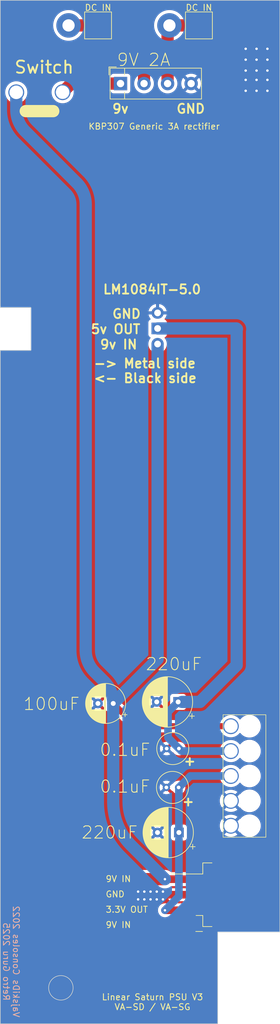
<source format=kicad_pcb>
(kicad_pcb (version 20240108) (generator "pcbnew") (generator_version "8.0")
  (layers (0 "F.Cu" signal) (31 "B.Cu" signal) (34 "B.Paste" user) (35 "F.Paste" user) (36 "B.SilkS" user "B.Silkscreen") (37 "F.SilkS" user "F.Silkscreen") (38 "B.Mask" user) (39 "F.Mask" user) (44 "Edge.Cuts" user))
  (net 0 "")
  (net 1 "GND")
  (net 2 "3.3v")
  (net 3 "5v")
  (footprint "Capacitor_THT:CP_Radial_D8.0mm_P3.50mm" (layer "F.Cu") (at 146.05 164.338 180)
    (property "Reference" "25v 220uF" (hide yes))
    (property "Value" "CP_Radial_D8.0mm_P3.50mm" (hide yes))
    (pad "1" thru_hole rect (at 0 0 180) (size 1.6 1.6) (drill 0.8) (layers "*.Cu" "*.Mask") (net 2 "3.3v"))
    (pad "GND" thru_hole circle (at 3.5 0 180) (size 1.6 1.6) (drill 0.8) (layers "*.Cu" "*.Mask") (net 1 "GND"))
  )
  (footprint "" (layer "F.Cu") (at 157.592 163.228)
    (property "Reference" "" (at 0 0 0) (layer "F.SilkS") (effects (font (size 1.27 1.27))))
    (property "Value" "" (at 0 0 0) (layer "F.SilkS") (effects (font (size 1.27 1.27))))
    (pad "" np_thru_hole circle (at 0 0) (size 3.2 3.2) (drill 3.2) (layers "*.Cu" "*.Mask"))
  )
  (footprint "" (layer "F.Cu") (at 142.564 84.54)
    (property "Reference" "" (at 0 0 0) (layer "F.SilkS") (effects (font (size 1.27 1.27))))
    (property "Value" "" (at 0 0 0) (layer "F.SilkS") (effects (font (size 1.27 1.27))))
    (pad "3" thru_hole oval (at 0 0 270) (size 1.905 2) (drill 1.1) (layers "*.Cu" "*.Mask"))
  )
  (footprint "" (layer "F.Cu") (at 154.544 146.972)
    (property "Reference" "" (at 0 0 0) (layer "F.SilkS") (effects (font (size 1.27 1.27))))
    (property "Value" "" (at 0 0 0) (layer "F.SilkS") (effects (font (size 1.27 1.27))))
    (pad "" thru_hole circle (at 0 0) (size 2.6 2.6) (drill 2.2) (layers "*.Cu" "*.Mask"))
  )
  (footprint "" (layer "F.Cu") (at 128 32.5)
    (property "Reference" "" (at 0 0 0) (layer "F.SilkS") (effects (font (size 1.27 1.27))))
    (property "Value" "")
    (pad "2" thru_hole oval (at 0 0) (size 4 4) (drill 2) (layers "*.Cu" "*.Mask"))
  )
  (footprint "" (layer "F.Cu") (at 142.564 82)
    (property "Reference" "" (at 0 0 0) (layer "F.SilkS") (effects (font (size 1.27 1.27))))
    (property "Value" "" (at 0 0 0) (layer "F.SilkS") (effects (font (size 1.27 1.27))))
    (pad "1" thru_hole rect (at 0 0 270) (size 1.905 2) (drill 1.1) (layers "*.Cu" "*.Mask") (net 3 "5v"))
  )
  (footprint "TestPoint:TestPoint_Pad_4.0x4.0mm" (layer "F.Cu") (at 149.326 32.5)
    (property "Reference" "DC IN" (at 0 -2.898 0) (layer "F.SilkS"))
    (property "Value" "TestPoint_Pad_4.0x4.0mm" (hide yes))
    (pad "DC IN" smd rect (at 0 0) (size 4 4) (layers "F.Cu" "F.Mask"))
  )
  (footprint "" (layer "F.Cu") (at 144.5 32.5)
    (property "Reference" "" (at 0 0 0) (layer "F.SilkS") (effects (font (size 1.27 1.27))))
    (property "Value" "")
    (pad "2" thru_hole oval (at 0 0) (size 4 4) (drill 2) (layers "*.Cu" "*.Mask"))
  )
  (footprint "Capacitor_THT:C_Radial_D5.0mm_H5.0mm_P2.00mm" (layer "F.Cu") (at 146.05 150.622 180)
    (property "Reference" "50v 0.1uF" (hide yes))
    (property "Value" "C_Radial_D5.0mm_H5.0mm_P2.00mm" (hide yes))
    (pad "" thru_hole circle (at 2 0 180) (size 1.2 1.2) (drill 0.6) (layers "*.Cu" "*.Mask") (net 1 "GND"))
    (pad "1" thru_hole circle (at 0 0 180) (size 1.2 1.2) (drill 0.6) (layers "*.Cu" "*.Mask") (net 3 "5v"))
  )
  (footprint "" (layer "F.Cu") (at 157.592 151.036)
    (property "Reference" "" (at 0 0 0) (layer "F.SilkS") (effects (font (size 1.27 1.27))))
    (property "Value" "" (at 0 0 0) (layer "F.SilkS") (effects (font (size 1.27 1.27))))
    (pad "" np_thru_hole circle (at 0 0) (size 3.2 3.2) (drill 3.2) (layers "*.Cu" "*.Mask"))
  )
  (footprint "" (layer "F.Cu") (at 154.544 159.164)
    (property "Reference" "" (at 0 0 0) (layer "F.SilkS") (effects (font (size 1.27 1.27))))
    (property "Value" "" (at 0 0 0) (layer "F.SilkS") (effects (font (size 1.27 1.27))))
    (pad "" thru_hole circle (at 0 0) (size 2.6 2.6) (drill 2.2) (layers "*.Cu" "*.Mask") (net 1 "GND"))
  )
  (footprint "Capacitor_THT:CP_Radial_D6.3mm_P2.50mm" (layer "F.Cu") (at 135.310379 143.256 180)
    (property "Reference" "35v 100uF" (hide yes))
    (property "Value" "CP_Radial_D6.3mm_P2.50mm" (hide yes))
    (pad "" thru_hole circle (at 2.5 0 180) (size 1.6 1.6) (drill 0.8) (layers "*.Cu" "*.Mask") (net 1 "GND"))
    (pad "1" thru_hole rect (at 0 0 180) (size 1.6 1.6) (drill 0.8) (layers "*.Cu" "*.Mask"))
  )
  (footprint "" (layer "F.Cu") (at 154.544 151.036)
    (property "Reference" "" (at 0 0 0) (layer "F.SilkS") (effects (font (size 1.27 1.27))))
    (property "Value" "" (at 0 0 0) (layer "F.SilkS") (effects (font (size 1.27 1.27))))
    (pad "" thru_hole circle (at 0 0) (size 2.6 2.6) (drill 2.2) (layers "*.Cu" "*.Mask") (net 3 "5v"))
  )
  (footprint "Package_TO_SOT_SMD:TO-263-4pin" (layer "F.Cu") (at 152.908 174.498)
    (property "Reference" "LM2940A 3.3v TO263-3" (hide yes))
    (property "Value" "TO-263-4pin" (hide yes))
    (pad "" smd rect (at -5.775 0) (size 4.6 1.1) (layers "F.Cu" "F.Paste" "F.Mask"))
    (pad "" smd rect (at 3.375 0) (size 9.4 10.8) (layers "F.Cu" "F.Mask"))
    (pad "1" smd rect (at -5.775 -2.54) (size 4.6 1.1) (layers "F.Cu" "F.Paste" "F.Mask"))
    (pad "3" smd rect (at -5.775 2.54) (size 4.6 1.1) (layers "F.Cu" "F.Paste" "F.Mask") (net 2 "3.3v"))
    (pad "9V IN (ALT)" smd rect (at -5.825 5.15) (size 4.6 1.1) (layers "F.Cu" "F.Paste" "F.Mask"))
  )
  (footprint "" (layer "F.Cu") (at 157.592 159.164)
    (property "Reference" "" (at 0 0 0) (layer "F.SilkS") (effects (font (size 1.27 1.27))))
    (property "Value" "" (at 0 0 0) (layer "F.SilkS") (effects (font (size 1.27 1.27))))
    (pad "" np_thru_hole circle (at 0 0) (size 3.2 3.2) (drill 3.2) (layers "*.Cu" "*.Mask"))
  )
  (footprint "" (layer "F.Cu") (at 154.544 163.228)
    (property "Reference" "" (at 0 0 0) (layer "F.SilkS") (effects (font (size 1.27 1.27))))
    (property "Value" "" (at 0 0 0) (layer "F.SilkS") (effects (font (size 1.27 1.27))))
    (pad "" thru_hole circle (at 0 0) (size 2.6 2.6) (drill 2.2) (layers "*.Cu" "*.Mask") (net 1 "GND"))
  )
  (footprint "Capacitor_THT:CP_Radial_D8.0mm_P3.50mm" (layer "F.Cu") (at 145.924651 143.002 180)
    (property "Reference" "25v 220uF" (hide yes))
    (property "Value" "CP_Radial_D8.0mm_P3.50mm" (hide yes))
    (pad "" thru_hole circle (at 3.5 0 180) (size 1.6 1.6) (drill 0.8) (layers "*.Cu" "*.Mask") (net 1 "GND"))
    (pad "5v" thru_hole rect (at 0 0 180) (size 1.6 1.6) (drill 0.8) (layers "*.Cu" "*.Mask") (net 3 "5v"))
  )
  (footprint "Capacitor_THT:C_Radial_D5.0mm_H5.0mm_P2.00mm" (layer "F.Cu") (at 146 156.972 180)
    (property "Reference" "50v 0.1uF" (hide yes))
    (property "Value" "C_Radial_D5.0mm_H5.0mm_P2.00mm" (hide yes))
    (pad "" thru_hole circle (at 2 0 180) (size 1.2 1.2) (drill 0.6) (layers "*.Cu" "*.Mask") (net 1 "GND"))
    (pad "1" thru_hole circle (at 0 0 180) (size 1.2 1.2) (drill 0.6) (layers "*.Cu" "*.Mask") (net 2 "3.3v"))
  )
  (footprint "" (layer "F.Cu") (at 154.544 155.1)
    (property "Reference" "" (at 0 0 0) (layer "F.SilkS") (effects (font (size 1.27 1.27))))
    (property "Value" "" (at 0 0 0) (layer "F.SilkS") (effects (font (size 1.27 1.27))))
    (pad "" thru_hole circle (at 0 0) (size 2.6 2.6) (drill 2.2) (layers "*.Cu" "*.Mask") (net 2 "3.3v"))
  )
  (footprint "" (layer "F.Cu") (at 119.452 43.434)
    (property "Reference" "" (at 0 0 0) (layer "F.SilkS") (effects (font (size 1.27 1.27))))
    (property "Value" "" (at 0 0 0) (layer "F.SilkS") (effects (font (size 1.27 1.27))))
    (pad "1" thru_hole circle (at 0 0) (size 2.6 2.6) (drill 2.2) (layers "*.Cu" "*.Mask"))
  )
  (footprint "" (layer "F.Cu") (at 142.564 79.46)
    (property "Reference" "" (at 0 0 0) (layer "F.SilkS") (effects (font (size 1.27 1.27))))
    (property "Value" "" (at 0 0 0) (layer "F.SilkS") (effects (font (size 1.27 1.27))))
    (pad "GND" thru_hole oval (at 0 0 270) (size 1.905 2) (drill 1.1) (layers "*.Cu" "*.Mask") (net 1 "GND"))
  )
  (footprint "Diode_THT:Diode_Bridge_Vishay_KBPM" (layer "F.Cu") (at 136.5 42)
    (property "Reference" "REF**" (hide yes))
    (property "Value" "KBP307 Generic 3A rectifier" (at 5.5 7 0) (layer "F.SilkS"))
    (pad "1" thru_hole rect (at 0 0) (size 2.2 2.2) (drill 1.2) (layers "*.Cu" "*.Mask"))
    (pad "2" thru_hole circle (at 3.85 0) (size 2.2 2.2) (drill 1.2) (layers "*.Cu" "*.Mask"))
    (pad "3" thru_hole circle (at 7.7 0) (size 2.2 2.2) (drill 1.2) (layers "*.Cu" "*.Mask"))
    (pad "4" thru_hole circle (at 11.55 0) (size 2.2 2.2) (drill 1.2) (layers "*.Cu" "*.Mask") (net 1 "GND"))
  )
  (footprint "TestPoint:TestPoint_Pad_4.0x4.0mm" (layer "F.Cu") (at 132.826 32.5)
    (property "Reference" "DC IN" (at 0 -2.898 0) (layer "F.SilkS"))
    (property "Value" "TestPoint_Pad_4.0x4.0mm" (hide yes))
    (pad "DC IN" smd rect (at 0 0) (size 4 4) (layers "F.Cu" "F.Mask"))
  )
  (footprint "" (layer "F.Cu") (at 157.592 155.1)
    (property "Reference" "" (at 0 0 0) (layer "F.SilkS") (effects (font (size 1.27 1.27))))
    (property "Value" "" (at 0 0 0) (layer "F.SilkS") (effects (font (size 1.27 1.27))))
    (pad "" np_thru_hole circle (at 0 0) (size 3.2 3.2) (drill 3.2) (layers "*.Cu" "*.Mask"))
  )
  (footprint "" (layer "F.Cu") (at 127.03 43.41)
    (property "Reference" "" (at 0 0 0) (layer "F.SilkS") (effects (font (size 1.27 1.27))))
    (property "Value" "" (at 0 0 0) (layer "F.SilkS") (effects (font (size 1.27 1.27))))
    (pad "1" thru_hole circle (at 0 0) (size 2.6 2.6) (drill 2.2) (layers "*.Cu" "*.Mask"))
  )
  (footprint "" (layer "F.Cu") (at 157.592 146.972)
    (property "Reference" "" (at 0 0 0) (layer "F.SilkS") (effects (font (size 1.27 1.27))))
    (property "Value" "" (at 0 0 0) (layer "F.SilkS") (effects (font (size 1.27 1.27))))
    (pad "" np_thru_hole circle (at 0 0) (size 3.2 3.2) (drill 3.2) (layers "*.Cu" "*.Mask"))
  )
  (gr_line (start 153.274 145.1) (end 153.274 165.1) (stroke (width 0.1)) (layer "F.SilkS"))
  (gr_line (start 125.5 46.5) (end 121 46.5) (stroke (width 2)) (layer "F.SilkS"))
  (gr_line (start 153.274 165.1) (end 160.274 165.1) (stroke (width 0.1)) (layer "F.SilkS"))
  (gr_line (start 153.274 145.1) (end 160.274 145.1) (stroke (width 0.1)) (layer "F.SilkS"))
  (gr_line (start 160.274 145.1) (end 160.274 165.1) (stroke (width 0.1)) (layer "F.SilkS"))
  (gr_line (start 152.4 180.58) (end 152.4 195.58) (stroke (width 0.1)) (layer "Edge.Cuts"))
  (gr_line (start 162.56 28.4) (end 162.56 180.594) (stroke (width 0.1)) (layer "Edge.Cuts"))
  (gr_line (start 116.84 85.58) (end 121.84 85.58) (stroke (width 0.1)) (layer "Edge.Cuts"))
  (gr_line (start 121.84 78.58) (end 121.84 85.58) (stroke (width 0.1)) (layer "Edge.Cuts"))
  (gr_line (start 162.56 180.594) (end 152.4 180.594) (stroke (width 0.1)) (layer "Edge.Cuts"))
  (gr_circle (center 126.746 189.706) (end 128.746 189.706) (stroke (width 0.1)) (fill none) (layer "Edge.Cuts"))
  (gr_line (start 116.84 28.4) (end 116.84 78.58) (stroke (width 0.1)) (layer "Edge.Cuts"))
  (gr_line (start 116.84 78.58) (end 121.84 78.58) (stroke (width 0.1)) (layer "Edge.Cuts"))
  (gr_line (start 162.56 28.4) (end 116.84 28.4) (stroke (width 0.1)) (layer "Edge.Cuts"))
  (gr_line (start 152.4 195.58) (end 116.84 195.58) (stroke (width 0.1)) (layer "Edge.Cuts"))
  (gr_line (start 116.84 85.58) (end 116.84 195.58) (stroke (width 0.1)) (layer "Edge.Cuts"))
  (gr_text "9v IN" (at 136 173 0) (layer "F.Cu") (effects (font (size 1.5 1.5) (thickness 0.3) (bold yes)) (justify left bottom)))
  (gr_text "VajskiDs Consoles 2022\nRetro Guru 2025" (at 118.618 185.42 270) (layer "B.SilkS") (effects (font (size 1 1)) (justify mirror)))
  (gr_text "9V 2A" (at 135.81 39.29 0) (layer "F.SilkS") (effects (font (size 2 2)) (justify left bottom)))
  (gr_text "+" (at 147.574 159.258 0) (layer "F.SilkS") (effects (font (size 1.5 1.5) (thickness 0.3)) (justify mirror)))
  (gr_text "Linear Saturn PSU V3\nVA-SD / VA-SG" (at 141.732 192.024 0) (layer "F.SilkS") (effects (font (size 1 1))))
  (gr_text "220uF" (at 130 165.5 0) (layer "F.SilkS") (effects (font (size 2 2)) (justify left bottom)))
  (gr_text "9V IN" (at 134 172.5 0) (layer "F.SilkS") (effects (font (size 1 1)) (justify left bottom)))
  (gr_text "9V IN" (at 134 180 0) (layer "F.SilkS") (effects (font (size 1 1)) (justify left bottom)))
  (gr_text "LM1084IT-5.0" (at 133.5 76.5 0) (layer "F.SilkS") (effects (font (size 1.5 1.5) (thickness 0.3) (bold yes)) (justify left bottom)))
  (gr_text "-> Metal side\n<- Black side" (at 132 91 0) (layer "F.SilkS") (effects (font (size 1.5 1.5) (thickness 0.3) (bold yes)) (justify left bottom)))
  (gr_text "GND" (at 145.5 47 0) (layer "F.SilkS") (effects (font (size 1.5 1.5) (thickness 0.3) (bold yes)) (justify left bottom)))
  (gr_text "3.3V OUT" (at 134 177.5 0) (layer "F.SilkS") (effects (font (size 1 1)) (justify left bottom)))
  (gr_text "+" (at 147.828 152.654 0) (layer "F.SilkS") (effects (font (size 1.5 1.5) (thickness 0.3)) (justify mirror)))
  (gr_text "GND" (at 134 175 0) (layer "F.SilkS") (effects (font (size 1 1)) (justify left bottom)))
  (gr_text "220uF" (at 140.5 138 0) (layer "F.SilkS") (effects (font (size 2 2)) (justify left bottom)))
  (gr_text "9v" (at 135 47 0) (layer "F.SilkS") (effects (font (size 1.5 1.5) (thickness 0.3) (bold yes)) (justify left bottom)))
  (gr_text "9v IN" (at 133 85.5 0) (layer "F.SilkS") (effects (font (size 1.5 1.5) (thickness 0.3) (bold yes)) (justify left bottom)))
  (gr_text "0.1uF" (at 133 158 0) (layer "F.SilkS") (effects (font (size 2 2)) (justify left bottom)))
  (gr_text "Switch" (at 119 40.5 0) (layer "F.SilkS") (effects (font (size 2 2) (thickness 0.3) (bold yes)) (justify left bottom)))
  (gr_text "0.1uF" (at 133 152 0) (layer "F.SilkS") (effects (font (size 2 2)) (justify left bottom)))
  (gr_text "5v OUT" (at 131.5 83 0) (layer "F.SilkS") (effects (font (size 1.5 1.5) (thickness 0.3) (bold yes)) (justify left bottom)))
  (gr_text "GND" (at 135 80.5 0) (layer "F.SilkS") (effects (font (size 1.5 1.5) (thickness 0.3) (bold yes)) (justify left bottom)))
  (gr_text "100uF" (at 120.5 144.5 0) (layer "F.SilkS") (effects (font (size 2 2)) (justify left bottom)))
  (segment (start 128 32.5) (end 132.826 32.5) (width 2) (layer "F.Cu") (net 0))
  (segment (start 135 172.458) (end 135 179.5) (width 2) (layer "F.Cu") (net 0))
  (segment (start 151.078 146.972) (end 151.08 146.97) (width 1) (layer "F.Cu") (net 0))
  (segment (start 140.35 35.198) (end 140.35 42) (width 2) (layer "F.Cu") (net 0))
  (segment (start 135 179.5) (end 146.935 179.5) (width 2) (layer "F.Cu") (net 0))
  (segment (start 132.826 32.5) (end 137.652 32.5) (width 2) (layer "F.Cu") (net 0))
  (segment (start 127.03 43.41) (end 128.44 42) (width 2) (layer "F.Cu") (net 0))
  (segment (start 144.5 32.5) (end 144.2 32.8) (width 2) (layer "F.Cu") (net 0))
  (segment (start 128.44 42) (end 136.5 42) (width 2) (layer "F.Cu") (net 0))
  (segment (start 144.2 32.8) (end 144.2 42) (width 2) (layer "F.Cu") (net 0))
  (segment (start 144.5 32.5) (end 149.326 32.5) (width 2) (layer "F.Cu") (net 0))
  (segment (start 146.935 179.5) (end 147.083 179.648) (width 2) (layer "F.Cu") (net 0))
  (segment (start 137.652 32.5) (end 140.35 35.198) (width 2) (layer "F.Cu") (net 0))
  (segment (start 151.08 146.97) (end 154.542 146.97) (width 1) (layer "F.Cu") (net 0))
  (segment (start 143.764 171.958) (end 135.5 171.958) (width 2) (layer "F.Cu") (net 0))
  (segment (start 139.026379 146.972) (end 151.078 146.972) (width 1) (layer "F.Cu") (net 0))
  (segment (start 143.764 171.958) (end 147.133 171.958) (width 1.25) (layer "F.Cu") (net 0))
  (segment (start 135.5 171.958) (end 135 172.458) (width 2) (layer "F.Cu") (net 0))
  (segment (start 154.542 146.97) (end 154.544 146.972) (width 0.25) (layer "F.Cu") (net 0))
  (segment (start 144.5 41.7) (end 144.2 42) (width 0.25) (layer "F.Cu") (net 0))
  (segment (start 135.310379 143.256) (end 139.026379 146.972) (width 1) (layer "F.Cu") (net 0))
  (via (at 143.764 171.958) (size 0.8) (drill 0.4) (layers "F.Cu" "B.Cu") (net 0))
  (segment (start 135.310379 143.223447) (end 135.310379 143.256) (width 1) (layer "B.Cu") (net 0))
  (segment (start 132.274466 138.116466) (end 133.845913 139.687913) (width 2) (layer "B.Cu") (net 0))
  (segment (start 135.128 143.256) (end 135.310379 143.256) (width 0.25) (layer "B.Cu") (net 0))
  (segment (start 120.916466 49.796466) (end 129.345534 58.225534) (width 2) (layer "B.Cu") (net 0))
  (segment (start 119.452 43.434) (end 119.452 46.260932) (width 2) (layer "B.Cu") (net 0))
  (segment (start 130.81 61.761068) (end 130.81 134.580932) (width 2) (layer "B.Cu") (net 0))
  (segment (start 135.310379 143.256) (end 142.564 136.002379) (width 2) (layer "B.Cu") (net 0))
  (segment (start 135.310379 143.256) (end 135.310379 159.362243) (width 2) (layer "B.Cu") (net 0))
  (segment (start 138.239311 166.433311) (end 143.764 171.958) (width 2) (layer "B.Cu") (net 0))
  (segment (start 142.564 136.002379) (end 142.564 84.54) (width 2) (layer "B.Cu") (net 0))
  (arc (start 133.845913 139.687913) (mid 134.929777 141.31003) (end 135.310379 143.223447) (width 2) (layer "B.Cu") (net 0))
  (arc (start 138.239311 166.433311) (mid 136.071583 163.189077) (end 135.310379 159.362243) (width 2) (layer "B.Cu") (net 0))
  (arc (start 132.274466 138.116466) (mid 131.190602 136.494349) (end 130.81 134.580932) (width 2) (layer "B.Cu") (net 0))
  (arc (start 120.916466 49.796466) (mid 119.832602 48.174349) (end 119.452 46.260932) (width 2) (layer "B.Cu") (net 0))
  (arc (start 129.345534 58.225534) (mid 130.429398 59.847651) (end 130.81 61.761068) (width 2) (layer "B.Cu") (net 0))
  (segment (start 140.395 173.99) (end 140.395 175.26) (width 1) (layer "F.Cu") (net 1))
  (segment (start 158.75 32.512) (end 158.75 43.18) (width 1) (layer "F.Cu") (net 1))
  (segment (start 141.411 173.99) (end 141.411 175.26) (width 1) (layer "F.Cu") (net 1))
  (segment (start 158.75 32.512) (end 160.528 34.29) (width 0.25) (layer "F.Cu") (net 1))
  (segment (start 143.323 174.685) (end 143.443 174.565) (width 1) (layer "F.Cu") (net 1))
  (segment (start 143.443 175.26) (end 139.379 175.26) (width 1) (layer "F.Cu") (net 1))
  (segment (start 156.972 43.18) (end 160.528 43.18) (width 1) (layer "F.Cu") (net 1))
  (segment (start 143.443 174.565) (end 143.443 175.26) (width 1) (layer "F.Cu") (net 1))
  (segment (start 143.951 174.498) (end 143.443 173.99) (width 1) (layer "F.Cu") (net 1))
  (segment (start 160.528 34.29) (end 160.528 36.322) (width 1) (layer "F.Cu") (net 1))
  (segment (start 139.379 174.685) (end 143.323 174.685) (width 1) (layer "F.Cu") (net 1))
  (segment (start 160.528 36.322) (end 160.528 43.18) (width 1) (layer "F.Cu") (net 1))
  (segment (start 156.972 34.29) (end 156.972 36.322) (width 1) (layer "F.Cu") (net 1))
  (segment (start 143.443 173.99) (end 143.443 174.565) (width 1) (layer "F.Cu") (net 1))
  (segment (start 139.379 174.685) (end 139.379 175.26) (width 1) (layer "F.Cu") (net 1))
  (segment (start 144.205 174.498) (end 143.443 175.26) (width 1) (layer "F.Cu") (net 1))
  (segment (start 156.972 36.322) (end 156.972 43.18) (width 1) (layer "F.Cu") (net 1))
  (segment (start 156.972 39.878) (end 160.528 39.878) (width 1) (layer "F.Cu") (net 1))
  (segment (start 139.379 173.99) (end 139.379 174.685) (width 1) (layer "F.Cu") (net 1))
  (segment (start 147.066 174.498) (end 143.951 174.498) (width 1.25) (layer "F.Cu") (net 1))
  (segment (start 156.972 38.1) (end 160.528 38.1) (width 1) (layer "F.Cu") (net 1))
  (segment (start 156.972 41.402) (end 160.528 41.402) (width 1) (layer "F.Cu") (net 1))
  (segment (start 158.75 32.512) (end 156.972 34.29) (width 0.25) (layer "F.Cu") (net 1))
  (segment (start 156.972 36.322) (end 160.528 36.322) (width 1) (layer "F.Cu") (net 1))
  (segment (start 142.427 173.99) (end 142.427 175.26) (width 1) (layer "F.Cu") (net 1))
  (segment (start 143.443 173.99) (end 139.379 173.99) (width 1) (layer "F.Cu") (net 1))
  (via (at 158.75 41.402) (size 0.8) (drill 0.4) (layers "F.Cu" "B.Cu") (net 1))
  (via (at 160.528 43.18) (size 0.8) (drill 0.4) (layers "F.Cu" "B.Cu") (net 1))
  (via (at 140.395 175.26) (size 0.8) (drill 0.4) (layers "F.Cu" "B.Cu") (net 1))
  (via (at 156.972 43.18) (size 0.8) (drill 0.4) (layers "F.Cu" "B.Cu") (net 1))
  (via (at 160.528 41.402) (size 0.8) (drill 0.4) (layers "F.Cu" "B.Cu") (net 1))
  (via (at 156.972 36.322) (size 0.8) (drill 0.4) (layers "F.Cu" "B.Cu") (net 1))
  (via (at 158.75 43.18) (size 0.8) (drill 0.4) (layers "F.Cu" "B.Cu") (net 1))
  (via (at 141.411 175.26) (size 0.8) (drill 0.4) (layers "F.Cu" "B.Cu") (net 1))
  (via (at 139.379 175.26) (size 0.8) (drill 0.4) (layers "F.Cu" "B.Cu") (net 1))
  (via (at 140.395 173.99) (size 0.8) (drill 0.4) (layers "F.Cu" "B.Cu") (net 1))
  (via (at 142.427 175.26) (size 0.8) (drill 0.4) (layers "F.Cu" "B.Cu") (net 1))
  (via (at 143.443 173.99) (size 0.8) (drill 0.4) (layers "F.Cu" "B.Cu") (net 1))
  (via (at 142.427 173.99) (size 0.8) (drill 0.4) (layers "F.Cu" "B.Cu") (net 1))
  (via (at 160.528 36.322) (size 0.8) (drill 0.4) (layers "F.Cu" "B.Cu") (net 1))
  (via (at 156.972 39.878) (size 0.8) (drill 0.4) (layers "F.Cu" "B.Cu") (net 1))
  (via (at 158.75 36.322) (size 0.8) (drill 0.4) (layers "F.Cu" "B.Cu") (net 1))
  (via (at 160.528 38.1) (size 0.8) (drill 0.4) (layers "F.Cu" "B.Cu") (net 1))
  (via (at 141.411 173.99) (size 0.8) (drill 0.4) (layers "F.Cu" "B.Cu") (net 1))
  (via (at 139.379 173.99) (size 0.8) (drill 0.4) (layers "F.Cu" "B.Cu") (net 1))
  (via (at 156.972 38.1) (size 0.8) (drill 0.4) (layers "F.Cu" "B.Cu") (net 1))
  (via (at 156.972 41.402) (size 0.8) (drill 0.4) (layers "F.Cu" "B.Cu") (net 1))
  (via (at 160.528 39.878) (size 0.8) (drill 0.4) (layers "F.Cu" "B.Cu") (net 1))
  (via (at 143.443 175.26) (size 0.8) (drill 0.4) (layers "F.Cu" "B.Cu") (net 1))
  (via (at 158.75 38.1) (size 0.8) (drill 0.4) (layers "F.Cu" "B.Cu") (net 1))
  (via (at 158.75 39.878) (size 0.8) (drill 0.4) (layers "F.Cu" "B.Cu") (net 1))
  (segment (start 132.810379 143.256) (end 132.810379 143.009447) (width 1) (layer "B.Cu") (net 1))
  (segment (start 143.764 177.038) (end 147.133 177.038) (width 1.25) (layer "F.Cu") (net 2))
  (via (at 143.764 177.038) (size 0.8) (drill 0.4) (layers "F.Cu" "B.Cu") (net 2))
  (segment (start 154.544 155.1) (end 147.922 155.1) (width 1.25) (layer "B.Cu") (net 2))
  (segment (start 143.764 177.038) (end 146.05 174.752) (width 1.25) (layer "B.Cu") (net 2))
  (segment (start 147.922 155.1) (end 146.05 156.972) (width 1.25) (layer "B.Cu") (net 2))
  (segment (start 146.05 156.972) (end 146.05 164.338) (width 1.25) (layer "B.Cu") (net 2))
  (segment (start 146.05 174.752) (end 146.05 165.437511) (width 1.25) (layer "B.Cu") (net 2))
  (segment (start 149.498 143.002) (end 146.558 143.002) (width 2) (layer "B.Cu") (net 3))
  (segment (start 144.272 144.654651) (end 145.924651 143.002) (width 1.25) (layer "B.Cu") (net 3))
  (segment (start 146.478564 151.036) (end 144.272 148.829436) (width 1.25) (layer "B.Cu") (net 3))
  (segment (start 155.436 82) (end 155.544 82.108) (width 2) (layer "B.Cu") (net 3))
  (segment (start 154.544 151.036) (end 146.478564 151.036) (width 1.25) (layer "B.Cu") (net 3))
  (segment (start 155.544 82.108) (end 155.5 82.152) (width 2) (layer "B.Cu") (net 3))
  (segment (start 144.272 148.844) (end 144.272 144.654651) (width 1.25) (layer "B.Cu") (net 3))
  (segment (start 145.78 150.622) (end 145.542 150.622) (width 0.25) (layer "B.Cu") (net 3))
  (segment (start 155.5 137) (end 149.498 143.002) (width 2) (layer "B.Cu") (net 3))
  (segment (start 155.5 82.152) (end 155.5 137) (width 2) (layer "B.Cu") (net 3))
  (segment (start 144.272 148.829436) (end 144.272 144.654651) (width 1.25) (layer "B.Cu") (net 3))
  (segment (start 155.5 137) (end 154.75 137.75) (width 2) (layer "B.Cu") (net 3))
  (segment (start 151.732 151.036) (end 146.464 151.036) (width 1.25) (layer "B.Cu") (net 3))
  (segment (start 154.544 151.036) (end 151.732 151.036) (width 1.25) (layer "B.Cu") (net 3))
  (segment (start 146.05 150.622) (end 144.272 148.844) (width 1.25) (layer "B.Cu") (net 3))
  (segment (start 142.564 82) (end 155.436 82) (width 2) (layer "B.Cu") (net 3))
  (zone (net 1) (net_name "GND") (layer "F.Cu") (connect_pads (clearance 0.508)) (min_thickness 0.254) (fill yes (thermal_gap 0.508) (thermal_bridge_width 0.508))
    (polygon (pts (xy 161.29 43.688) (xy 156.464 43.688) (xy 156.464 28.448) (xy 161.036 28.448)))
  )
  (zone (net 1) (net_name "GND") (layer "F.Cu") (connect_pads (clearance 0.508)) (min_thickness 0.254) (fill yes (thermal_gap 0.508) (thermal_bridge_width 0.508))
    (polygon (pts (xy 162.07 180.06) (xy 151.98 180.14) (xy 151.88 194.97) (xy 117.33 195.03) (xy 117.36 86.09) (xy 122.28 86.05) (xy 122.33 78.07) (xy 117.37 78.07) (xy 117.35 28.93) (xy 117.41 28.93) (xy 161.99 28.91)))
  )
  (zone (net 1) (net_name "GND") (layer "B.Cu") (connect_pads (clearance 0.508)) (min_thickness 0.254) (fill yes (thermal_gap 0.508) (thermal_bridge_width 0.508))
    (polygon (pts (xy 162.56 28.41) (xy 162.56 180.59) (xy 152.4 180.59) (xy 152.4 195.58) (xy 116.85 195.58) (xy 116.84 85.58) (xy 121.85 85.56) (xy 121.83 78.59) (xy 116.84 78.58) (xy 116.84 28.38)))
  )
)
</source>
